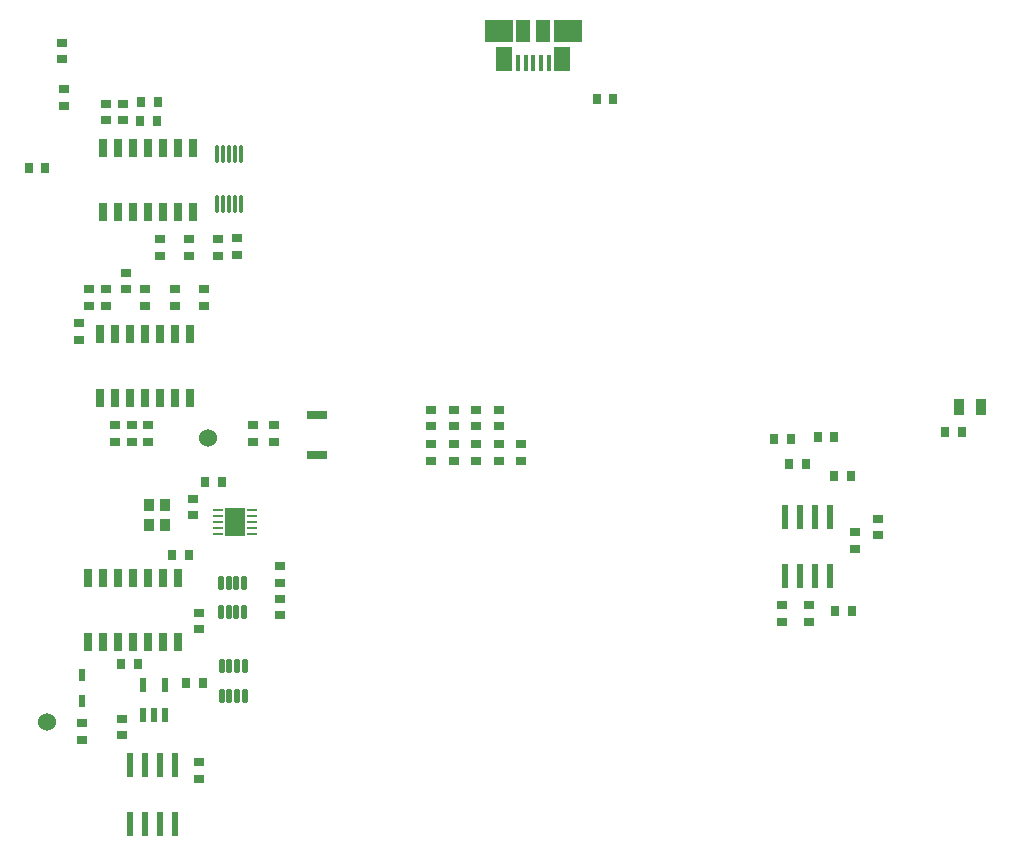
<source format=gtp>
G04*
G04 #@! TF.GenerationSoftware,Altium Limited,Altium Designer,22.8.2 (66)*
G04*
G04 Layer_Color=8421504*
%FSLAX44Y44*%
%MOMM*%
G71*
G04*
G04 #@! TF.SameCoordinates,9714C633-81E7-4BB1-B996-9AD4BBD72758*
G04*
G04*
G04 #@! TF.FilePolarity,Positive*
G04*
G01*
G75*
%ADD16R,0.8000X0.9000*%
%ADD17R,0.9000X0.8000*%
%ADD18R,0.6500X1.5250*%
%ADD19C,1.5240*%
%ADD20R,0.9000X1.1000*%
%ADD21R,0.6000X1.2000*%
G04:AMPARAMS|DCode=22|XSize=1.21mm|YSize=0.48mm|CornerRadius=0.06mm|HoleSize=0mm|Usage=FLASHONLY|Rotation=90.000|XOffset=0mm|YOffset=0mm|HoleType=Round|Shape=RoundedRectangle|*
%AMROUNDEDRECTD22*
21,1,1.2100,0.3600,0,0,90.0*
21,1,1.0900,0.4800,0,0,90.0*
1,1,0.1200,0.1800,0.5450*
1,1,0.1200,0.1800,-0.5450*
1,1,0.1200,-0.1800,-0.5450*
1,1,0.1200,-0.1800,0.5450*
%
%ADD22ROUNDEDRECTD22*%
%ADD23R,0.8128X0.2540*%
%ADD24R,1.7526X2.4892*%
G04:AMPARAMS|DCode=25|XSize=1.97mm|YSize=0.59mm|CornerRadius=0.0738mm|HoleSize=0mm|Usage=FLASHONLY|Rotation=90.000|XOffset=0mm|YOffset=0mm|HoleType=Round|Shape=RoundedRectangle|*
%AMROUNDEDRECTD25*
21,1,1.9700,0.4425,0,0,90.0*
21,1,1.8225,0.5900,0,0,90.0*
1,1,0.1475,0.2213,0.9113*
1,1,0.1475,0.2213,-0.9113*
1,1,0.1475,-0.2213,-0.9113*
1,1,0.1475,-0.2213,0.9113*
%
%ADD25ROUNDEDRECTD25*%
%ADD26R,0.5500X1.0620*%
%ADD27R,1.1750X1.9000*%
%ADD28R,1.4750X2.1000*%
%ADD29R,2.3750X1.9000*%
%ADD30R,0.4500X1.3800*%
%ADD31R,0.9000X1.4000*%
%ADD32R,1.7000X0.8000*%
G04:AMPARAMS|DCode=33|XSize=1.47mm|YSize=0.28mm|CornerRadius=0.035mm|HoleSize=0mm|Usage=FLASHONLY|Rotation=270.000|XOffset=0mm|YOffset=0mm|HoleType=Round|Shape=RoundedRectangle|*
%AMROUNDEDRECTD33*
21,1,1.4700,0.2100,0,0,270.0*
21,1,1.4000,0.2800,0,0,270.0*
1,1,0.0700,-0.1050,-0.7000*
1,1,0.0700,-0.1050,0.7000*
1,1,0.0700,0.1050,0.7000*
1,1,0.0700,0.1050,-0.7000*
%
%ADD33ROUNDEDRECTD33*%
D16*
X951880Y467360D02*
D03*
X937880D02*
D03*
X309260Y255270D02*
D03*
X295260D02*
D03*
X297830Y363120D02*
D03*
X283830D02*
D03*
X240650Y271034D02*
D03*
X254650D02*
D03*
X325770Y425350D02*
D03*
X311770D02*
D03*
X176160Y690880D02*
D03*
X162160D02*
D03*
X657111Y749294D02*
D03*
X643110D02*
D03*
X859170Y316230D02*
D03*
X845170D02*
D03*
X830050Y463550D02*
D03*
X844050D02*
D03*
X793100Y461772D02*
D03*
X807100D02*
D03*
X844020Y430530D02*
D03*
X858020D02*
D03*
X805800Y440690D02*
D03*
X819800D02*
D03*
X270323Y731148D02*
D03*
X256323D02*
D03*
X271161Y746760D02*
D03*
X257160D02*
D03*
D17*
X204903Y559728D02*
D03*
Y545728D02*
D03*
X306070Y314240D02*
D03*
Y300240D02*
D03*
X374650Y312067D02*
D03*
Y326067D02*
D03*
X241300Y210689D02*
D03*
Y224689D02*
D03*
X306070Y173859D02*
D03*
Y187859D02*
D03*
X207010Y206879D02*
D03*
Y220879D02*
D03*
X374650Y353610D02*
D03*
Y339610D02*
D03*
X300990Y396860D02*
D03*
Y410860D02*
D03*
X560070Y472440D02*
D03*
Y486440D02*
D03*
X541020Y472440D02*
D03*
Y486440D02*
D03*
X521970Y472440D02*
D03*
Y486440D02*
D03*
X579120Y457200D02*
D03*
Y443200D02*
D03*
X502920Y457200D02*
D03*
Y443200D02*
D03*
X560070Y457200D02*
D03*
Y443200D02*
D03*
X502920Y472440D02*
D03*
Y486440D02*
D03*
X541020Y457200D02*
D03*
Y443200D02*
D03*
X521970Y457200D02*
D03*
Y443200D02*
D03*
X881380Y393842D02*
D03*
Y379842D02*
D03*
X800100Y320690D02*
D03*
Y306690D02*
D03*
X191770Y743570D02*
D03*
Y757570D02*
D03*
X190500Y782940D02*
D03*
Y796940D02*
D03*
X369570Y459090D02*
D03*
Y473090D02*
D03*
X351790Y473090D02*
D03*
Y459090D02*
D03*
X822960Y306690D02*
D03*
Y320690D02*
D03*
X861837Y382412D02*
D03*
Y368412D02*
D03*
X322579Y630570D02*
D03*
Y616570D02*
D03*
X298075Y616848D02*
D03*
Y630848D02*
D03*
X273136D02*
D03*
Y616848D02*
D03*
X263323Y459368D02*
D03*
Y473368D02*
D03*
X249353Y459368D02*
D03*
Y473368D02*
D03*
X235383D02*
D03*
Y459368D02*
D03*
X227763Y588288D02*
D03*
Y574288D02*
D03*
X241733Y745520D02*
D03*
Y731520D02*
D03*
X260667Y588288D02*
D03*
Y574288D02*
D03*
X310543Y588288D02*
D03*
Y574288D02*
D03*
X227190Y731520D02*
D03*
Y745520D02*
D03*
X213220Y574288D02*
D03*
Y588288D02*
D03*
X285606Y574288D02*
D03*
Y588288D02*
D03*
X338253Y631468D02*
D03*
Y617468D02*
D03*
X244273Y588258D02*
D03*
Y602258D02*
D03*
D18*
X298883Y550810D02*
D03*
X286183D02*
D03*
X273483D02*
D03*
X248083D02*
D03*
X235383D02*
D03*
X222683D02*
D03*
Y496570D02*
D03*
X235383D02*
D03*
X248083D02*
D03*
X260783D02*
D03*
X273483D02*
D03*
X286183D02*
D03*
X298883D02*
D03*
X260783Y550810D02*
D03*
X262890Y707840D02*
D03*
X300991Y653600D02*
D03*
X288291D02*
D03*
X275590D02*
D03*
X262890D02*
D03*
X250191D02*
D03*
X237491D02*
D03*
X224790D02*
D03*
Y707840D02*
D03*
X237491D02*
D03*
X250191D02*
D03*
X275590D02*
D03*
X288291D02*
D03*
X300991D02*
D03*
X250190Y344197D02*
D03*
X288290Y289957D02*
D03*
X275590D02*
D03*
X262890D02*
D03*
X250190D02*
D03*
X237490D02*
D03*
X224790D02*
D03*
X212090D02*
D03*
Y344197D02*
D03*
X224790D02*
D03*
X237490D02*
D03*
X262890D02*
D03*
X275590D02*
D03*
X288290D02*
D03*
D19*
X177800Y222250D02*
D03*
X313690Y462280D02*
D03*
D20*
X277160Y405520D02*
D03*
X264160D02*
D03*
X277160Y388520D02*
D03*
X264160D02*
D03*
D21*
X258470Y253050D02*
D03*
X277470D02*
D03*
Y228050D02*
D03*
X267970D02*
D03*
X258470D02*
D03*
D22*
X325530Y268990D02*
D03*
X332030D02*
D03*
X338530D02*
D03*
X345030D02*
D03*
Y243890D02*
D03*
X338530D02*
D03*
X332030D02*
D03*
X325530D02*
D03*
X324970Y339960D02*
D03*
X331470D02*
D03*
X337970D02*
D03*
X344470D02*
D03*
Y314860D02*
D03*
X337970D02*
D03*
X331470D02*
D03*
X324970D02*
D03*
D23*
X322072Y401060D02*
D03*
Y396060D02*
D03*
Y391060D02*
D03*
Y386060D02*
D03*
Y381060D02*
D03*
X351028D02*
D03*
Y386060D02*
D03*
Y391060D02*
D03*
Y396060D02*
D03*
Y401060D02*
D03*
D24*
X336550Y391060D02*
D03*
D25*
X247650Y185289D02*
D03*
X260350D02*
D03*
X273050D02*
D03*
X285750D02*
D03*
Y135790D02*
D03*
X273050D02*
D03*
X260350D02*
D03*
X247650D02*
D03*
X840740Y345748D02*
D03*
X828040D02*
D03*
X815340D02*
D03*
X802640D02*
D03*
Y395248D02*
D03*
X815340D02*
D03*
X828040D02*
D03*
X840740D02*
D03*
D26*
X207010Y239329D02*
D03*
Y262090D02*
D03*
D27*
X580900Y806585D02*
D03*
X597650D02*
D03*
D28*
X613900Y783584D02*
D03*
X564650D02*
D03*
D29*
X560150Y806585D02*
D03*
X618401D02*
D03*
D30*
X582776Y779985D02*
D03*
X589275D02*
D03*
X602275D02*
D03*
X595775D02*
D03*
X576275D02*
D03*
D31*
X949350Y488950D02*
D03*
X968350D02*
D03*
D32*
X406306Y447820D02*
D03*
Y481820D02*
D03*
D33*
X331903Y660118D02*
D03*
X341903D02*
D03*
X336903D02*
D03*
X326903D02*
D03*
X321903D02*
D03*
Y703118D02*
D03*
X326903D02*
D03*
X331903D02*
D03*
X336903D02*
D03*
X341903D02*
D03*
M02*

</source>
